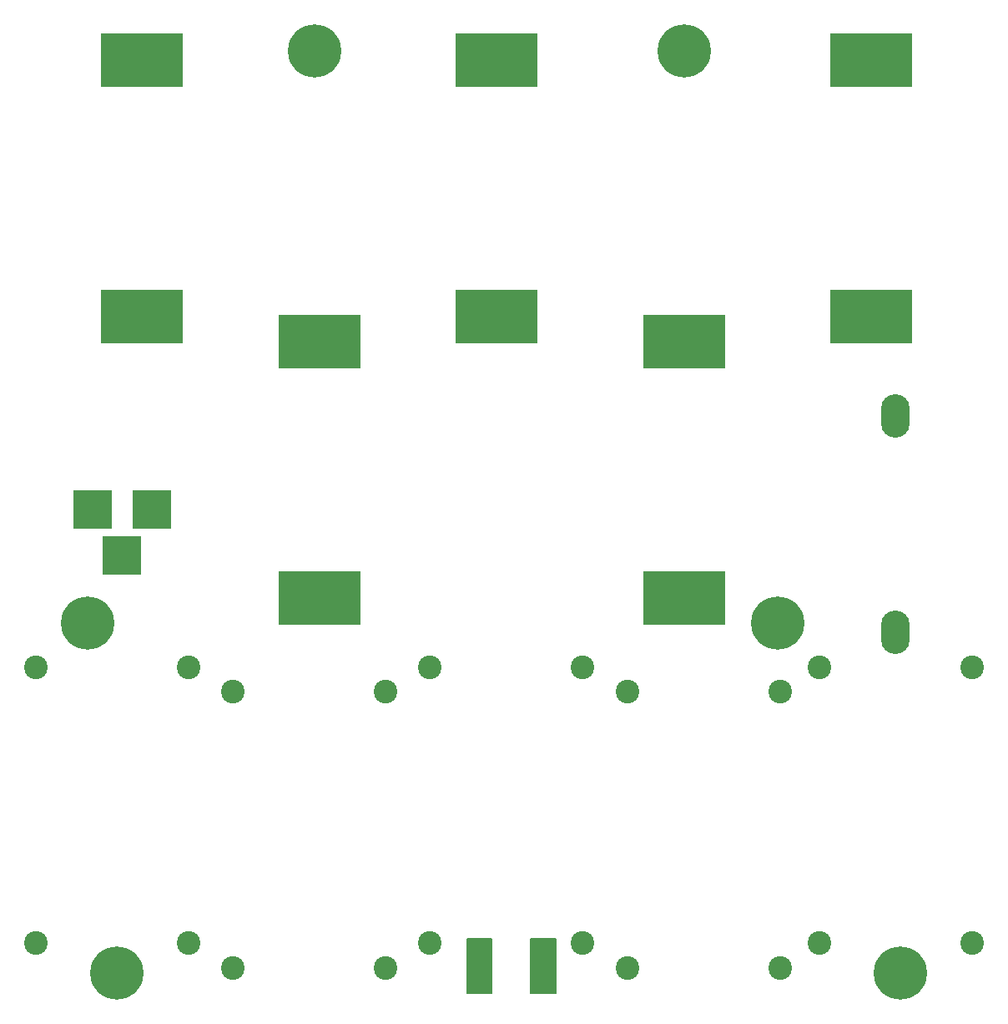
<source format=gbr>
G04 #@! TF.GenerationSoftware,KiCad,Pcbnew,(5.0.0)*
G04 #@! TF.CreationDate,2020-03-19T17:01:02-04:00*
G04 #@! TF.ProjectId,Grow_Lamp,47726F775F4C616D702E6B696361645F,rev?*
G04 #@! TF.SameCoordinates,Original*
G04 #@! TF.FileFunction,Soldermask,Top*
G04 #@! TF.FilePolarity,Negative*
%FSLAX46Y46*%
G04 Gerber Fmt 4.6, Leading zero omitted, Abs format (unit mm)*
G04 Created by KiCad (PCBNEW (5.0.0)) date 03/19/20 17:01:02*
%MOMM*%
%LPD*%
G01*
G04 APERTURE LIST*
%ADD10C,0.150000*%
%ADD11R,8.400000X5.400000*%
%ADD12C,2.400000*%
%ADD13O,2.900000X4.400000*%
%ADD14R,3.900000X3.900000*%
%ADD15C,5.400000*%
G04 APERTURE END LIST*
D10*
G36*
X136500000Y-154000000D02*
X138500000Y-154000000D01*
X138500000Y-148500000D01*
X136000000Y-148500000D01*
X136000000Y-154000000D01*
X136500000Y-154000000D01*
G37*
X136500000Y-154000000D02*
X138500000Y-154000000D01*
X138500000Y-148500000D01*
X136000000Y-148500000D01*
X136000000Y-154000000D01*
X136500000Y-154000000D01*
G36*
X143000000Y-154000000D02*
X145000000Y-154000000D01*
X145000000Y-148500000D01*
X142500000Y-148500000D01*
X142500000Y-154000000D01*
X143000000Y-154000000D01*
G37*
X143000000Y-154000000D02*
X145000000Y-154000000D01*
X145000000Y-148500000D01*
X142500000Y-148500000D01*
X142500000Y-154000000D01*
X143000000Y-154000000D01*
D11*
G04 #@! TO.C,D1*
X103000000Y-85500000D03*
X103000000Y-59500000D03*
G04 #@! TD*
G04 #@! TO.C,D2*
X121000000Y-88000000D03*
X121000000Y-114000000D03*
G04 #@! TD*
G04 #@! TO.C,D3*
X139000000Y-85500000D03*
X139000000Y-59500000D03*
G04 #@! TD*
G04 #@! TO.C,D4*
X158000000Y-88000000D03*
X158000000Y-114000000D03*
G04 #@! TD*
D12*
G04 #@! TO.C,U1*
X92250000Y-121000000D03*
X107750000Y-121000000D03*
X107750000Y-149000000D03*
X92250000Y-149000000D03*
G04 #@! TD*
G04 #@! TO.C,U2*
X112250000Y-151500000D03*
X127750000Y-151500000D03*
X127750000Y-123500000D03*
X112250000Y-123500000D03*
G04 #@! TD*
G04 #@! TO.C,U3*
X132250000Y-121000000D03*
X147750000Y-121000000D03*
X147750000Y-149000000D03*
X132250000Y-149000000D03*
G04 #@! TD*
G04 #@! TO.C,U4*
X152250000Y-151500000D03*
X167750000Y-151500000D03*
X167750000Y-123500000D03*
X152250000Y-123500000D03*
G04 #@! TD*
D11*
G04 #@! TO.C,D5*
X177000000Y-85500000D03*
X177000000Y-59500000D03*
G04 #@! TD*
D13*
G04 #@! TO.C,F1*
X179500000Y-117500000D03*
X179500000Y-95500000D03*
G04 #@! TD*
D14*
G04 #@! TO.C,J1*
X101000000Y-109700000D03*
X98000000Y-105000000D03*
X104000000Y-105000000D03*
G04 #@! TD*
D12*
G04 #@! TO.C,U5*
X171750000Y-121000000D03*
X187250000Y-121000000D03*
X187250000Y-149000000D03*
X171750000Y-149000000D03*
G04 #@! TD*
D15*
G04 #@! TO.C,MNT1*
X100500000Y-152000000D03*
G04 #@! TD*
G04 #@! TO.C,MNT2*
X180000000Y-152000000D03*
G04 #@! TD*
G04 #@! TO.C,MNT3*
X158000000Y-58500000D03*
G04 #@! TD*
G04 #@! TO.C,MNT4*
X120500000Y-58500000D03*
G04 #@! TD*
G04 #@! TO.C,MNT5*
X167500000Y-116500000D03*
G04 #@! TD*
G04 #@! TO.C,MNT6*
X97500000Y-116500000D03*
G04 #@! TD*
M02*

</source>
